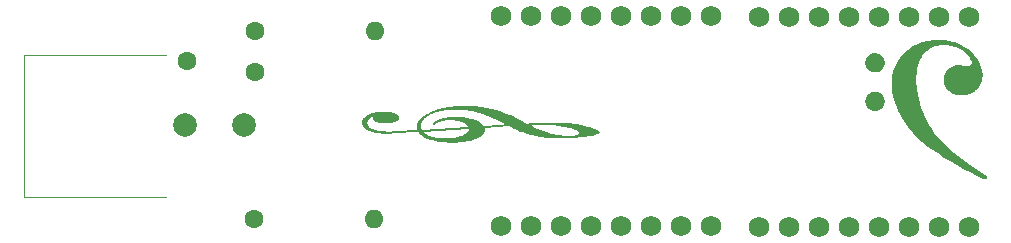
<source format=gbr>
%TF.GenerationSoftware,KiCad,Pcbnew,(7.0.0)*%
%TF.CreationDate,2023-12-29T11:59:30-08:00*%
%TF.ProjectId,MiniBadgeUSBmount,4d696e69-4261-4646-9765-5553426d6f75,rev?*%
%TF.SameCoordinates,Original*%
%TF.FileFunction,Soldermask,Bot*%
%TF.FilePolarity,Negative*%
%FSLAX46Y46*%
G04 Gerber Fmt 4.6, Leading zero omitted, Abs format (unit mm)*
G04 Created by KiCad (PCBNEW (7.0.0)) date 2023-12-29 11:59:30*
%MOMM*%
%LPD*%
G01*
G04 APERTURE LIST*
%TA.AperFunction,Profile*%
%ADD10C,0.040640*%
%TD*%
%ADD11C,0.000000*%
%ADD12C,1.750000*%
%ADD13C,1.600000*%
%ADD14O,1.600000X1.600000*%
%ADD15C,2.000000*%
G04 APERTURE END LIST*
D10*
%TO.C,J1*%
X117530000Y-112870000D02*
X129530000Y-112870000D01*
X129530000Y-124870000D02*
X117530000Y-124870000D01*
X117530000Y-124870000D02*
X117530000Y-112870000D01*
D11*
G36*
X189592528Y-115989474D02*
G01*
X189635412Y-115992294D01*
X189677528Y-115997105D01*
X189718833Y-116003864D01*
X189759283Y-116012527D01*
X189798835Y-116023051D01*
X189837445Y-116035393D01*
X189875069Y-116049507D01*
X189911663Y-116065351D01*
X189947184Y-116082882D01*
X189981588Y-116102055D01*
X190014831Y-116122826D01*
X190046870Y-116145153D01*
X190077660Y-116168991D01*
X190107159Y-116194297D01*
X190135322Y-116221027D01*
X190162105Y-116249138D01*
X190187466Y-116278586D01*
X190211359Y-116309327D01*
X190233743Y-116341317D01*
X190254571Y-116374514D01*
X190273802Y-116408872D01*
X190291391Y-116444350D01*
X190307295Y-116480902D01*
X190321470Y-116518486D01*
X190333871Y-116557057D01*
X190344456Y-116596572D01*
X190353181Y-116636988D01*
X190360001Y-116678260D01*
X190364874Y-116720346D01*
X190367756Y-116763201D01*
X190368602Y-116806782D01*
X190367405Y-116850760D01*
X190364214Y-116893989D01*
X190359071Y-116936427D01*
X190352019Y-116978031D01*
X190343101Y-117018757D01*
X190332358Y-117058565D01*
X190319832Y-117097410D01*
X190305567Y-117135249D01*
X190289605Y-117172042D01*
X190271987Y-117207744D01*
X190252757Y-117242313D01*
X190231957Y-117275707D01*
X190209629Y-117307882D01*
X190185815Y-117338796D01*
X190160558Y-117368406D01*
X190133900Y-117396670D01*
X190105884Y-117423545D01*
X190076552Y-117448988D01*
X190045946Y-117472957D01*
X190014108Y-117495409D01*
X189981082Y-117516301D01*
X189946909Y-117535590D01*
X189911632Y-117553234D01*
X189875293Y-117569191D01*
X189837934Y-117583417D01*
X189799598Y-117595870D01*
X189760328Y-117606507D01*
X189720165Y-117615285D01*
X189679152Y-117622162D01*
X189637331Y-117627095D01*
X189594745Y-117630042D01*
X189551436Y-117630959D01*
X189509049Y-117629771D01*
X189467250Y-117626466D01*
X189426088Y-117621095D01*
X189385614Y-117613710D01*
X189345878Y-117604360D01*
X189306931Y-117593099D01*
X189268823Y-117579978D01*
X189231605Y-117565047D01*
X189195325Y-117548358D01*
X189160036Y-117529963D01*
X189125786Y-117509912D01*
X189092627Y-117488258D01*
X189060609Y-117465052D01*
X189029781Y-117440345D01*
X189000195Y-117414188D01*
X188971900Y-117386633D01*
X188944946Y-117357731D01*
X188919385Y-117327533D01*
X188895267Y-117296092D01*
X188872641Y-117263458D01*
X188851557Y-117229683D01*
X188832068Y-117194817D01*
X188814221Y-117158913D01*
X188798068Y-117122022D01*
X188783660Y-117084196D01*
X188771046Y-117045484D01*
X188760276Y-117005940D01*
X188751401Y-116965614D01*
X188744472Y-116924558D01*
X188739538Y-116882823D01*
X188736650Y-116840460D01*
X188735858Y-116797521D01*
X188737168Y-116755751D01*
X188740520Y-116714560D01*
X188745865Y-116673997D01*
X188753154Y-116634111D01*
X188762340Y-116594949D01*
X188773372Y-116556560D01*
X188786202Y-116518994D01*
X188800782Y-116482297D01*
X188817063Y-116446520D01*
X188834996Y-116411709D01*
X188854533Y-116377915D01*
X188875624Y-116345184D01*
X188898221Y-116313566D01*
X188922275Y-116283109D01*
X188947738Y-116253862D01*
X188974561Y-116225873D01*
X189002696Y-116199190D01*
X189032092Y-116173862D01*
X189062702Y-116149938D01*
X189094478Y-116127465D01*
X189127369Y-116106493D01*
X189161329Y-116087070D01*
X189196307Y-116069245D01*
X189232255Y-116053065D01*
X189269125Y-116038579D01*
X189306867Y-116025836D01*
X189345434Y-116014884D01*
X189384775Y-116005772D01*
X189424844Y-115998548D01*
X189465590Y-115993261D01*
X189506966Y-115989959D01*
X189548922Y-115988690D01*
X189592528Y-115989474D01*
G37*
G36*
X195105179Y-111608178D02*
G01*
X195271585Y-111615812D01*
X195436033Y-111630014D01*
X195596878Y-111651440D01*
X195752475Y-111680744D01*
X195935781Y-111723588D01*
X196116181Y-111771281D01*
X196293411Y-111824239D01*
X196467206Y-111882876D01*
X196637302Y-111947604D01*
X196803434Y-112018838D01*
X196965339Y-112096991D01*
X197122752Y-112182477D01*
X197275409Y-112275710D01*
X197423045Y-112377104D01*
X197565396Y-112487072D01*
X197702198Y-112606027D01*
X197833186Y-112734385D01*
X197958097Y-112872558D01*
X198076665Y-113020961D01*
X198133488Y-113099127D01*
X198188626Y-113180006D01*
X198256947Y-113287190D01*
X198321058Y-113395620D01*
X198380648Y-113505294D01*
X198435404Y-113616213D01*
X198485015Y-113728375D01*
X198529168Y-113841779D01*
X198567552Y-113956426D01*
X198599855Y-114072313D01*
X198625764Y-114189441D01*
X198644968Y-114307808D01*
X198657154Y-114427413D01*
X198662011Y-114548257D01*
X198659227Y-114670338D01*
X198648489Y-114793655D01*
X198629486Y-114918208D01*
X198601905Y-115043995D01*
X198577939Y-115128796D01*
X198549623Y-115211277D01*
X198517109Y-115291367D01*
X198480549Y-115368991D01*
X198440095Y-115444079D01*
X198395899Y-115516556D01*
X198348112Y-115586350D01*
X198296886Y-115653389D01*
X198242374Y-115717598D01*
X198184726Y-115778907D01*
X198124095Y-115837242D01*
X198060632Y-115892529D01*
X197994489Y-115944698D01*
X197925818Y-115993674D01*
X197854771Y-116039384D01*
X197781499Y-116081757D01*
X197706154Y-116120719D01*
X197628889Y-116156198D01*
X197549854Y-116188121D01*
X197469202Y-116216415D01*
X197387084Y-116241007D01*
X197303653Y-116261824D01*
X197219059Y-116278794D01*
X197133456Y-116291845D01*
X197046993Y-116300902D01*
X196959825Y-116305894D01*
X196872101Y-116306748D01*
X196783974Y-116303390D01*
X196695595Y-116295749D01*
X196607118Y-116283751D01*
X196518692Y-116267324D01*
X196430470Y-116246395D01*
X196361586Y-116226566D01*
X196294380Y-116203860D01*
X196228918Y-116178374D01*
X196165268Y-116150211D01*
X196103496Y-116119470D01*
X196043669Y-116086252D01*
X195985853Y-116050656D01*
X195930114Y-116012784D01*
X195876520Y-115972735D01*
X195825137Y-115930609D01*
X195776032Y-115886508D01*
X195729271Y-115840531D01*
X195684921Y-115792778D01*
X195643049Y-115743350D01*
X195603720Y-115692348D01*
X195567003Y-115639870D01*
X195532962Y-115586018D01*
X195501666Y-115530893D01*
X195473180Y-115474593D01*
X195447572Y-115417220D01*
X195424907Y-115358874D01*
X195405253Y-115299655D01*
X195388675Y-115239663D01*
X195375242Y-115178999D01*
X195365018Y-115117763D01*
X195358072Y-115056055D01*
X195354469Y-114993976D01*
X195354276Y-114931625D01*
X195357560Y-114869104D01*
X195364387Y-114806511D01*
X195374824Y-114743949D01*
X195388938Y-114681516D01*
X195406518Y-114619982D01*
X195427365Y-114559620D01*
X195451380Y-114500534D01*
X195478460Y-114442826D01*
X195508504Y-114386598D01*
X195541413Y-114331954D01*
X195577084Y-114278997D01*
X195615417Y-114227828D01*
X195656311Y-114178552D01*
X195699664Y-114131270D01*
X195745376Y-114086086D01*
X195793346Y-114043102D01*
X195843472Y-114002421D01*
X195895654Y-113964146D01*
X195949791Y-113928379D01*
X196005781Y-113895224D01*
X196063524Y-113864783D01*
X196122918Y-113837159D01*
X196183863Y-113812455D01*
X196246257Y-113790773D01*
X196310001Y-113772217D01*
X196374991Y-113756889D01*
X196441128Y-113744891D01*
X196508311Y-113736327D01*
X196576438Y-113731300D01*
X196645409Y-113729912D01*
X196715122Y-113732265D01*
X196785477Y-113738464D01*
X196856372Y-113748610D01*
X196927707Y-113762806D01*
X196999380Y-113781156D01*
X197071291Y-113803761D01*
X197112025Y-113816812D01*
X197153706Y-113828299D01*
X197196104Y-113838096D01*
X197217499Y-113842322D01*
X197238987Y-113846078D01*
X197260538Y-113849349D01*
X197282124Y-113852119D01*
X197303716Y-113854372D01*
X197325285Y-113856093D01*
X197346801Y-113857266D01*
X197368237Y-113857875D01*
X197389563Y-113857905D01*
X197410751Y-113857339D01*
X197435376Y-113855655D01*
X197459207Y-113852712D01*
X197482225Y-113848548D01*
X197504412Y-113843200D01*
X197525748Y-113836706D01*
X197546215Y-113829104D01*
X197565794Y-113820432D01*
X197584467Y-113810727D01*
X197602214Y-113800027D01*
X197619016Y-113788370D01*
X197634856Y-113775794D01*
X197649713Y-113762336D01*
X197663570Y-113748034D01*
X197676408Y-113732926D01*
X197688207Y-113717049D01*
X197698949Y-113700441D01*
X197708615Y-113683141D01*
X197717186Y-113665185D01*
X197724644Y-113646612D01*
X197730969Y-113627459D01*
X197736144Y-113607764D01*
X197740148Y-113587565D01*
X197742964Y-113566899D01*
X197744573Y-113545805D01*
X197744955Y-113524319D01*
X197744092Y-113502480D01*
X197741965Y-113480326D01*
X197738555Y-113457893D01*
X197733844Y-113435221D01*
X197727813Y-113412346D01*
X197720443Y-113389307D01*
X197711715Y-113366140D01*
X197672625Y-113278547D01*
X197626342Y-113190405D01*
X197573306Y-113102329D01*
X197513959Y-113014931D01*
X197448741Y-112928826D01*
X197378093Y-112844628D01*
X197302455Y-112762951D01*
X197222269Y-112684408D01*
X197137974Y-112609615D01*
X197050011Y-112539183D01*
X196958821Y-112473728D01*
X196864845Y-112413864D01*
X196768524Y-112360203D01*
X196670298Y-112313361D01*
X196570607Y-112273951D01*
X196469893Y-112242587D01*
X196384089Y-112213066D01*
X196282635Y-112182661D01*
X196147300Y-112147602D01*
X195981951Y-112112221D01*
X195889230Y-112095763D01*
X195790455Y-112080849D01*
X195686110Y-112068020D01*
X195576679Y-112057817D01*
X195462643Y-112050783D01*
X195344488Y-112047458D01*
X195274196Y-112047599D01*
X195204669Y-112049557D01*
X195135926Y-112053331D01*
X195067984Y-112058918D01*
X195000861Y-112066315D01*
X194934576Y-112075521D01*
X194869145Y-112086533D01*
X194804589Y-112099349D01*
X194740924Y-112113967D01*
X194678168Y-112130383D01*
X194616340Y-112148596D01*
X194555457Y-112168604D01*
X194495537Y-112190404D01*
X194436600Y-112213993D01*
X194378661Y-112239371D01*
X194321741Y-112266533D01*
X194223280Y-112319065D01*
X194128189Y-112377005D01*
X194036569Y-112440291D01*
X193948521Y-112508860D01*
X193864148Y-112582652D01*
X193783550Y-112661604D01*
X193706830Y-112745655D01*
X193634089Y-112834742D01*
X193565428Y-112928804D01*
X193500949Y-113027780D01*
X193440753Y-113131606D01*
X193384942Y-113240222D01*
X193333618Y-113353566D01*
X193286882Y-113471575D01*
X193244836Y-113594189D01*
X193207581Y-113721344D01*
X193175589Y-113847528D01*
X193147421Y-113974091D01*
X193122987Y-114101001D01*
X193102196Y-114228224D01*
X193084959Y-114355727D01*
X193071187Y-114483479D01*
X193060789Y-114611445D01*
X193053676Y-114739593D01*
X193049758Y-114867890D01*
X193048946Y-114996302D01*
X193051149Y-115124798D01*
X193056278Y-115253343D01*
X193074956Y-115510453D01*
X193104261Y-115767367D01*
X193170375Y-116184003D01*
X193255462Y-116589976D01*
X193359226Y-116985386D01*
X193481373Y-117370336D01*
X193621608Y-117744927D01*
X193779636Y-118109261D01*
X193955163Y-118463438D01*
X194147893Y-118807561D01*
X194357533Y-119141731D01*
X194583787Y-119466050D01*
X194826360Y-119780619D01*
X195084958Y-120085540D01*
X195359287Y-120380914D01*
X195649050Y-120666843D01*
X195953955Y-120943428D01*
X196273705Y-121210771D01*
X196589744Y-121458065D01*
X196911505Y-121698264D01*
X197237815Y-121932804D01*
X197567500Y-122163123D01*
X198896519Y-123070925D01*
X198919742Y-123087852D01*
X198940856Y-123104954D01*
X198959805Y-123122237D01*
X198968450Y-123130950D01*
X198976533Y-123139710D01*
X198984045Y-123148519D01*
X198990982Y-123157379D01*
X198997334Y-123166289D01*
X199003096Y-123175251D01*
X199008260Y-123184265D01*
X199012820Y-123193333D01*
X199016767Y-123202456D01*
X199020096Y-123211633D01*
X199022798Y-123220867D01*
X199024868Y-123230158D01*
X199026298Y-123239507D01*
X199027081Y-123248915D01*
X199027209Y-123258383D01*
X199026676Y-123267911D01*
X199025476Y-123277501D01*
X199023599Y-123287153D01*
X199021041Y-123296869D01*
X199017793Y-123306649D01*
X199013849Y-123316494D01*
X199009201Y-123326405D01*
X199003843Y-123336384D01*
X198997767Y-123346430D01*
X198990967Y-123356544D01*
X198983434Y-123366729D01*
X198979783Y-123370922D01*
X198975523Y-123374893D01*
X198970689Y-123378643D01*
X198965316Y-123382170D01*
X198953089Y-123388553D01*
X198939117Y-123394039D01*
X198923675Y-123398622D01*
X198907039Y-123402299D01*
X198889484Y-123405064D01*
X198871284Y-123406912D01*
X198852716Y-123407840D01*
X198834053Y-123407843D01*
X198815572Y-123406915D01*
X198797548Y-123405052D01*
X198780255Y-123402250D01*
X198763970Y-123398504D01*
X198748966Y-123393809D01*
X198735520Y-123388161D01*
X198164722Y-123106240D01*
X197597466Y-122818055D01*
X197034728Y-122521917D01*
X196477483Y-122216138D01*
X195926706Y-121899030D01*
X195383371Y-121568903D01*
X194848455Y-121224071D01*
X194322932Y-120862844D01*
X194045275Y-120658409D01*
X193777221Y-120446473D01*
X193519017Y-120226934D01*
X193270907Y-119999691D01*
X193033138Y-119764640D01*
X192805955Y-119521680D01*
X192589603Y-119270707D01*
X192384330Y-119011621D01*
X192190379Y-118744318D01*
X192007998Y-118468696D01*
X191837432Y-118184653D01*
X191678926Y-117892086D01*
X191532726Y-117590894D01*
X191399078Y-117280973D01*
X191278228Y-116962222D01*
X191170422Y-116634538D01*
X191114978Y-116438761D01*
X191068212Y-116244013D01*
X191030093Y-116050477D01*
X191000593Y-115858337D01*
X190979681Y-115667776D01*
X190967329Y-115478978D01*
X190963506Y-115292127D01*
X190968185Y-115107407D01*
X190981334Y-114925000D01*
X191002926Y-114745091D01*
X191032929Y-114567863D01*
X191071316Y-114393501D01*
X191118056Y-114222186D01*
X191173120Y-114054104D01*
X191236479Y-113889438D01*
X191308104Y-113728371D01*
X191387964Y-113571088D01*
X191476031Y-113417771D01*
X191572275Y-113268604D01*
X191676667Y-113123772D01*
X191789177Y-112983457D01*
X191909776Y-112847844D01*
X192038434Y-112717115D01*
X192175123Y-112591455D01*
X192319812Y-112471047D01*
X192472472Y-112356075D01*
X192633075Y-112246722D01*
X192801589Y-112143173D01*
X192977987Y-112045610D01*
X193162239Y-111954218D01*
X193354314Y-111869180D01*
X193554185Y-111790679D01*
X193695214Y-111749123D01*
X193900775Y-111705041D01*
X194157709Y-111663668D01*
X194452859Y-111630242D01*
X194610653Y-111618146D01*
X194773068Y-111610000D01*
X194938458Y-111606459D01*
X195105179Y-111608178D01*
G37*
G36*
X189590622Y-112730753D02*
G01*
X189633813Y-112733434D01*
X189676205Y-112738083D01*
X189717754Y-112744658D01*
X189758420Y-112753118D01*
X189798160Y-112763421D01*
X189836932Y-112775525D01*
X189874694Y-112789390D01*
X189911404Y-112804973D01*
X189947019Y-112822234D01*
X189981498Y-112841129D01*
X190014798Y-112861618D01*
X190046877Y-112883660D01*
X190077694Y-112907212D01*
X190107206Y-112932233D01*
X190135371Y-112958682D01*
X190162147Y-112986517D01*
X190187492Y-113015696D01*
X190211363Y-113046178D01*
X190233719Y-113077921D01*
X190254518Y-113110884D01*
X190273717Y-113145025D01*
X190291274Y-113180303D01*
X190307148Y-113216676D01*
X190321296Y-113254102D01*
X190333675Y-113292540D01*
X190344245Y-113331948D01*
X190352963Y-113372285D01*
X190359786Y-113413509D01*
X190364673Y-113455579D01*
X190367581Y-113498452D01*
X190368469Y-113542088D01*
X190367332Y-113586176D01*
X190364221Y-113629487D01*
X190359176Y-113671981D01*
X190352238Y-113713617D01*
X190343447Y-113754354D01*
X190332844Y-113794151D01*
X190320468Y-113832967D01*
X190306362Y-113870761D01*
X190290564Y-113907493D01*
X190273116Y-113943121D01*
X190254058Y-113977605D01*
X190233430Y-114010904D01*
X190211273Y-114042977D01*
X190187628Y-114073783D01*
X190162534Y-114103281D01*
X190136032Y-114131431D01*
X190108163Y-114158192D01*
X190078967Y-114183522D01*
X190048485Y-114207380D01*
X190016756Y-114229727D01*
X189983822Y-114250521D01*
X189949723Y-114269721D01*
X189914500Y-114287287D01*
X189878192Y-114303177D01*
X189840840Y-114317350D01*
X189802485Y-114329767D01*
X189763168Y-114340385D01*
X189722928Y-114349164D01*
X189681806Y-114356064D01*
X189639842Y-114361043D01*
X189597078Y-114364060D01*
X189553553Y-114365075D01*
X189510992Y-114364011D01*
X189469041Y-114360854D01*
X189427751Y-114355652D01*
X189387168Y-114348455D01*
X189347342Y-114339312D01*
X189308321Y-114328273D01*
X189270155Y-114315387D01*
X189232892Y-114300703D01*
X189196581Y-114284270D01*
X189161270Y-114266139D01*
X189127008Y-114246358D01*
X189093844Y-114224976D01*
X189061826Y-114202044D01*
X189031004Y-114177611D01*
X189001425Y-114151725D01*
X188973140Y-114124436D01*
X188946195Y-114095794D01*
X188920641Y-114065848D01*
X188896526Y-114034648D01*
X188873898Y-114002242D01*
X188852806Y-113968680D01*
X188833299Y-113934011D01*
X188815426Y-113898286D01*
X188799236Y-113861552D01*
X188784776Y-113823860D01*
X188772097Y-113785259D01*
X188761245Y-113745798D01*
X188752271Y-113705527D01*
X188745223Y-113664495D01*
X188740150Y-113622751D01*
X188737100Y-113580345D01*
X188736122Y-113537326D01*
X188737233Y-113495621D01*
X188740385Y-113454503D01*
X188745531Y-113414019D01*
X188752621Y-113374216D01*
X188761610Y-113335143D01*
X188772448Y-113296848D01*
X188785088Y-113259376D01*
X188799482Y-113222778D01*
X188815582Y-113187099D01*
X188833340Y-113152388D01*
X188852708Y-113118693D01*
X188873639Y-113086060D01*
X188896085Y-113054539D01*
X188919998Y-113024176D01*
X188945329Y-112995019D01*
X188972031Y-112967116D01*
X189000057Y-112940514D01*
X189029358Y-112915262D01*
X189059886Y-112891406D01*
X189091594Y-112868995D01*
X189124434Y-112848076D01*
X189158357Y-112828696D01*
X189193317Y-112810905D01*
X189229264Y-112794748D01*
X189266152Y-112780274D01*
X189303932Y-112767531D01*
X189342557Y-112756566D01*
X189381978Y-112747427D01*
X189422148Y-112740161D01*
X189463019Y-112734817D01*
X189504544Y-112731441D01*
X189546673Y-112730082D01*
X189590622Y-112730753D01*
G37*
G36*
X153995264Y-117216335D02*
G01*
X154076258Y-117208121D01*
X154467747Y-117180653D01*
X154851755Y-117169525D01*
X155222181Y-117174471D01*
X155740022Y-117207752D01*
X156231763Y-117267641D01*
X156698462Y-117351014D01*
X157141175Y-117454752D01*
X157560961Y-117575732D01*
X157958875Y-117710832D01*
X158335976Y-117856933D01*
X158693320Y-118010911D01*
X160063413Y-118698181D01*
X160413053Y-118677513D01*
X161070706Y-118639352D01*
X161413531Y-118625727D01*
X161700408Y-118614326D01*
X162309332Y-118606368D01*
X162904652Y-118619413D01*
X163199454Y-118635040D01*
X163493545Y-118657394D01*
X163787822Y-118686966D01*
X164083184Y-118724247D01*
X164380525Y-118769729D01*
X164680743Y-118823905D01*
X164984736Y-118887265D01*
X165293399Y-118960302D01*
X165405715Y-118990105D01*
X165512603Y-119021687D01*
X165613724Y-119054736D01*
X165708744Y-119088939D01*
X165797322Y-119123986D01*
X165879124Y-119159564D01*
X165953810Y-119195362D01*
X166021045Y-119231068D01*
X166080490Y-119266370D01*
X166131808Y-119300957D01*
X166174663Y-119334516D01*
X166208716Y-119366737D01*
X166233630Y-119397308D01*
X166249068Y-119425916D01*
X166253129Y-119439387D01*
X166254694Y-119452250D01*
X166253721Y-119464467D01*
X166250169Y-119475999D01*
X166247910Y-119480908D01*
X166245388Y-119485808D01*
X166242577Y-119490690D01*
X166239455Y-119495546D01*
X166235997Y-119500369D01*
X166232181Y-119505151D01*
X166227981Y-119509885D01*
X166223375Y-119514562D01*
X166218338Y-119519174D01*
X166212848Y-119523715D01*
X166206879Y-119528176D01*
X166200409Y-119532550D01*
X166193414Y-119536828D01*
X166185870Y-119541004D01*
X166177753Y-119545069D01*
X166169039Y-119549016D01*
X166020087Y-119606306D01*
X165852356Y-119658539D01*
X165668190Y-119705843D01*
X165469932Y-119748348D01*
X165259925Y-119786184D01*
X165040513Y-119819481D01*
X164814039Y-119848367D01*
X164582846Y-119872972D01*
X164115676Y-119909858D01*
X163657751Y-119931175D01*
X163227815Y-119937959D01*
X162844616Y-119931245D01*
X162112102Y-119900754D01*
X161737195Y-119875358D01*
X161354456Y-119836594D01*
X161159667Y-119810651D01*
X160962340Y-119779510D01*
X160762281Y-119742550D01*
X160559297Y-119699153D01*
X160353195Y-119648701D01*
X160143781Y-119590574D01*
X159930862Y-119524152D01*
X159714245Y-119448818D01*
X159521560Y-119372105D01*
X159289321Y-119270125D01*
X159028842Y-119149366D01*
X158751435Y-119016317D01*
X158601845Y-118942366D01*
X156514762Y-119067435D01*
X156517984Y-119077449D01*
X156529680Y-119145685D01*
X156531252Y-119215527D01*
X156522298Y-119286898D01*
X156502417Y-119359722D01*
X156483345Y-119407735D01*
X156459483Y-119455444D01*
X156430825Y-119502762D01*
X156397362Y-119549600D01*
X156359087Y-119595869D01*
X156315993Y-119641483D01*
X156268073Y-119686352D01*
X156215318Y-119730388D01*
X156157721Y-119773503D01*
X156095274Y-119815609D01*
X156027972Y-119856617D01*
X155955805Y-119896440D01*
X155878766Y-119934989D01*
X155796848Y-119972176D01*
X155710043Y-120007912D01*
X155618344Y-120042111D01*
X155521744Y-120074682D01*
X155420235Y-120105539D01*
X155313808Y-120134592D01*
X155202458Y-120161754D01*
X155086177Y-120186936D01*
X154964956Y-120210051D01*
X154838789Y-120231010D01*
X154707668Y-120249724D01*
X154571585Y-120266106D01*
X154430533Y-120280067D01*
X154284505Y-120291520D01*
X154133493Y-120300375D01*
X153977490Y-120306545D01*
X153816488Y-120309941D01*
X153650479Y-120310476D01*
X153479457Y-120308061D01*
X153186291Y-120294972D01*
X152902684Y-120269398D01*
X152630120Y-120231713D01*
X152370079Y-120182292D01*
X152124046Y-120121508D01*
X151893501Y-120049737D01*
X151679927Y-119967353D01*
X151484807Y-119874730D01*
X151309623Y-119772243D01*
X151155856Y-119660265D01*
X151024990Y-119539172D01*
X150968607Y-119475325D01*
X150918506Y-119409338D01*
X150914464Y-119403032D01*
X148779748Y-119530955D01*
X148460178Y-119546041D01*
X148164269Y-119548709D01*
X147891386Y-119539771D01*
X147640889Y-119520042D01*
X147412143Y-119490335D01*
X147204508Y-119451462D01*
X147017350Y-119404237D01*
X146941841Y-119379523D01*
X151306766Y-119379523D01*
X151313672Y-119388445D01*
X151361068Y-119440694D01*
X151412844Y-119489900D01*
X151468834Y-119536134D01*
X151528877Y-119579465D01*
X151592808Y-119619964D01*
X151660463Y-119657702D01*
X151731679Y-119692749D01*
X151806292Y-119725174D01*
X151884138Y-119755049D01*
X151965053Y-119782444D01*
X152048875Y-119807428D01*
X152135438Y-119830073D01*
X152224579Y-119850448D01*
X152316136Y-119868625D01*
X152409943Y-119884673D01*
X152603655Y-119910663D01*
X152804406Y-119928983D01*
X153010886Y-119940194D01*
X153221785Y-119944859D01*
X153393452Y-119943232D01*
X153558161Y-119935946D01*
X153715761Y-119923295D01*
X153866099Y-119905574D01*
X154009025Y-119883075D01*
X154144386Y-119856094D01*
X154272030Y-119824925D01*
X154391806Y-119789860D01*
X154503562Y-119751196D01*
X154607147Y-119709225D01*
X154702407Y-119664242D01*
X154789193Y-119616541D01*
X154867352Y-119566416D01*
X154936732Y-119514161D01*
X154997181Y-119460070D01*
X155048548Y-119404437D01*
X155090682Y-119347557D01*
X155123429Y-119289723D01*
X155146639Y-119231229D01*
X155160160Y-119172371D01*
X155161649Y-119148520D01*
X151306766Y-119379523D01*
X146941841Y-119379523D01*
X146850028Y-119349473D01*
X146701907Y-119287984D01*
X146572349Y-119220582D01*
X146460717Y-119148082D01*
X146366373Y-119071296D01*
X146288679Y-118991038D01*
X146227000Y-118908120D01*
X146180696Y-118823356D01*
X146149130Y-118737560D01*
X146130119Y-118646634D01*
X146125307Y-118559667D01*
X146133972Y-118476677D01*
X146155388Y-118397678D01*
X146188832Y-118322688D01*
X146233582Y-118251723D01*
X146288913Y-118184799D01*
X146354101Y-118121932D01*
X146428423Y-118063140D01*
X146511155Y-118008437D01*
X146601574Y-117957840D01*
X146698955Y-117911367D01*
X146802576Y-117869032D01*
X146911712Y-117830853D01*
X147025640Y-117796845D01*
X147143637Y-117767025D01*
X147264978Y-117741410D01*
X147388940Y-117720015D01*
X147641832Y-117689953D01*
X147896523Y-117676969D01*
X148147225Y-117681194D01*
X148269271Y-117689800D01*
X148388149Y-117702758D01*
X148503134Y-117720083D01*
X148613504Y-117741792D01*
X148718535Y-117767901D01*
X148817502Y-117798426D01*
X148909683Y-117833384D01*
X148994354Y-117872791D01*
X149052883Y-117905281D01*
X149104327Y-117938558D01*
X149148816Y-117972497D01*
X149186481Y-118006973D01*
X149217451Y-118041863D01*
X149241857Y-118077042D01*
X149259830Y-118112385D01*
X149271498Y-118147768D01*
X149276993Y-118183067D01*
X149276444Y-118218156D01*
X149269982Y-118252912D01*
X149257736Y-118287210D01*
X149239838Y-118320926D01*
X149216417Y-118353934D01*
X149187603Y-118386111D01*
X149153527Y-118417332D01*
X149114318Y-118447472D01*
X149070108Y-118476408D01*
X149021025Y-118504014D01*
X148967201Y-118530166D01*
X148908765Y-118554740D01*
X148845847Y-118577611D01*
X148778578Y-118598655D01*
X148707089Y-118617747D01*
X148631508Y-118634763D01*
X148551966Y-118649577D01*
X148468594Y-118662067D01*
X148381522Y-118672107D01*
X148290879Y-118679572D01*
X148196796Y-118684339D01*
X148099404Y-118686282D01*
X147998831Y-118685278D01*
X147911099Y-118681907D01*
X147828692Y-118676341D01*
X147751446Y-118668712D01*
X147679200Y-118659148D01*
X147611792Y-118647779D01*
X147549059Y-118634737D01*
X147490840Y-118620149D01*
X147436971Y-118604148D01*
X147387291Y-118586861D01*
X147341638Y-118568420D01*
X147299849Y-118548955D01*
X147261763Y-118528594D01*
X147227216Y-118507469D01*
X147196047Y-118485709D01*
X147168093Y-118463444D01*
X147143193Y-118440804D01*
X147121184Y-118417920D01*
X147101903Y-118394920D01*
X147070881Y-118349094D01*
X147048827Y-118304368D01*
X147034444Y-118261780D01*
X147026435Y-118222370D01*
X147023501Y-118187178D01*
X147024346Y-118157243D01*
X147027672Y-118133604D01*
X146966305Y-118152148D01*
X146907357Y-118176550D01*
X146851383Y-118206351D01*
X146798940Y-118241090D01*
X146750582Y-118280307D01*
X146706867Y-118323543D01*
X146668350Y-118370337D01*
X146635587Y-118420229D01*
X146609135Y-118472759D01*
X146589549Y-118527467D01*
X146577385Y-118583893D01*
X146573199Y-118641577D01*
X146577547Y-118700059D01*
X146590986Y-118758878D01*
X146614071Y-118817575D01*
X146647359Y-118875690D01*
X146691405Y-118932762D01*
X146746765Y-118988332D01*
X146813995Y-119041939D01*
X146893652Y-119093124D01*
X146986292Y-119141426D01*
X147092469Y-119186385D01*
X147212741Y-119227541D01*
X147347664Y-119264435D01*
X147497792Y-119296605D01*
X147663684Y-119323592D01*
X147845893Y-119344937D01*
X148044978Y-119360178D01*
X148261492Y-119368855D01*
X148495993Y-119370510D01*
X148749037Y-119364681D01*
X149021179Y-119350909D01*
X150826621Y-119244186D01*
X150807740Y-119199016D01*
X150784615Y-119124944D01*
X150768698Y-119048967D01*
X150760173Y-118971133D01*
X150759226Y-118891487D01*
X150766043Y-118810078D01*
X150772926Y-118769670D01*
X151111186Y-118769670D01*
X151111802Y-118852470D01*
X151118270Y-118931594D01*
X151130427Y-119007112D01*
X151148110Y-119079095D01*
X151171154Y-119147614D01*
X151199396Y-119212737D01*
X151204308Y-119221860D01*
X155137715Y-118989348D01*
X155114315Y-118939163D01*
X155077114Y-118882888D01*
X155029312Y-118828012D01*
X154970759Y-118774830D01*
X154901303Y-118723635D01*
X154820791Y-118674721D01*
X154729073Y-118628383D01*
X154625997Y-118584914D01*
X154511410Y-118544609D01*
X154371444Y-118503777D01*
X154231219Y-118470583D01*
X154091397Y-118444603D01*
X153952635Y-118425416D01*
X153815593Y-118412598D01*
X153680930Y-118405728D01*
X153549306Y-118404382D01*
X153421378Y-118408138D01*
X153297807Y-118416574D01*
X153179252Y-118429267D01*
X153066371Y-118445794D01*
X152959825Y-118465734D01*
X152860271Y-118488663D01*
X152768370Y-118514158D01*
X152684780Y-118541799D01*
X152610161Y-118571161D01*
X152563627Y-118592095D01*
X152520100Y-118613518D01*
X152499511Y-118624378D01*
X152479728Y-118635317D01*
X152460771Y-118646322D01*
X152442659Y-118657377D01*
X152425409Y-118668469D01*
X152409041Y-118679584D01*
X152393572Y-118690706D01*
X152379022Y-118701822D01*
X152365409Y-118712918D01*
X152352751Y-118723979D01*
X152341067Y-118734990D01*
X152330376Y-118745938D01*
X152326310Y-118750204D01*
X152321500Y-118755004D01*
X152315959Y-118760201D01*
X152309698Y-118765662D01*
X152302730Y-118771251D01*
X152295066Y-118776833D01*
X152286718Y-118782273D01*
X152282292Y-118784897D01*
X152277699Y-118787435D01*
X152272941Y-118789871D01*
X152268020Y-118792186D01*
X152262937Y-118794364D01*
X152257694Y-118796389D01*
X152252291Y-118798244D01*
X152246731Y-118799910D01*
X152241015Y-118801373D01*
X152235145Y-118802614D01*
X152229121Y-118803617D01*
X152222946Y-118804365D01*
X152216621Y-118804842D01*
X152210148Y-118805029D01*
X152203528Y-118804911D01*
X152196762Y-118804470D01*
X152189852Y-118803690D01*
X152182799Y-118802554D01*
X152171632Y-118800232D01*
X152166550Y-118798979D01*
X152161789Y-118797670D01*
X152157342Y-118796305D01*
X152153197Y-118794888D01*
X152149347Y-118793420D01*
X152145781Y-118791904D01*
X152142491Y-118790343D01*
X152139468Y-118788738D01*
X152136701Y-118787093D01*
X152134183Y-118785410D01*
X152131903Y-118783690D01*
X152129852Y-118781937D01*
X152128022Y-118780153D01*
X152126402Y-118778340D01*
X152124984Y-118776501D01*
X152123758Y-118774638D01*
X152122715Y-118772753D01*
X152121846Y-118770849D01*
X152121141Y-118768928D01*
X152120592Y-118766992D01*
X152120189Y-118765045D01*
X152119923Y-118763088D01*
X152119764Y-118759155D01*
X152120041Y-118755211D01*
X152120680Y-118751277D01*
X152121607Y-118747372D01*
X152129609Y-118722940D01*
X152140458Y-118698390D01*
X152154139Y-118673766D01*
X152170636Y-118649113D01*
X152189933Y-118624477D01*
X152212013Y-118599901D01*
X152236863Y-118575430D01*
X152264465Y-118551111D01*
X152294804Y-118526986D01*
X152327864Y-118503102D01*
X152363629Y-118479502D01*
X152402083Y-118456232D01*
X152443211Y-118433337D01*
X152486997Y-118410862D01*
X152533425Y-118388850D01*
X152582479Y-118367348D01*
X152634143Y-118346400D01*
X152688402Y-118326050D01*
X152745240Y-118306344D01*
X152804641Y-118287326D01*
X152866588Y-118269042D01*
X152931068Y-118251535D01*
X152998062Y-118234852D01*
X153067557Y-118219036D01*
X153139535Y-118204133D01*
X153213982Y-118190187D01*
X153290881Y-118177243D01*
X153370216Y-118165346D01*
X153451972Y-118154541D01*
X153536133Y-118144873D01*
X153622684Y-118136386D01*
X153711607Y-118129125D01*
X153976787Y-118117342D01*
X154244867Y-118120240D01*
X154512633Y-118137207D01*
X154776870Y-118167632D01*
X155034364Y-118210903D01*
X155161649Y-118239444D01*
X155281900Y-118266407D01*
X155516265Y-118333534D01*
X155734243Y-118411671D01*
X155932620Y-118500206D01*
X156108182Y-118598529D01*
X156257713Y-118706026D01*
X156321713Y-118763024D01*
X156378001Y-118822086D01*
X156426173Y-118883136D01*
X156444420Y-118912106D01*
X157696894Y-118838070D01*
X160342288Y-118838070D01*
X160967691Y-119151787D01*
X161259314Y-119266990D01*
X161516369Y-119360248D01*
X161744092Y-119434760D01*
X161947720Y-119493721D01*
X162132487Y-119540331D01*
X162303630Y-119577785D01*
X162625987Y-119638016D01*
X162939865Y-119686895D01*
X163254878Y-119721990D01*
X163409016Y-119733669D01*
X163558887Y-119741060D01*
X163702973Y-119743883D01*
X163839757Y-119741859D01*
X163967722Y-119734706D01*
X164085351Y-119722144D01*
X164191126Y-119703893D01*
X164283530Y-119679673D01*
X164361047Y-119649202D01*
X164393749Y-119631535D01*
X164422159Y-119612201D01*
X164446090Y-119591164D01*
X164465350Y-119568389D01*
X164479750Y-119543841D01*
X164489101Y-119517486D01*
X164492519Y-119491595D01*
X164490025Y-119466007D01*
X164481868Y-119440736D01*
X164468297Y-119415796D01*
X164449564Y-119391200D01*
X164425916Y-119366964D01*
X164397603Y-119343102D01*
X164364876Y-119319626D01*
X164327982Y-119296553D01*
X164287173Y-119273895D01*
X164194804Y-119229883D01*
X164089766Y-119187703D01*
X163974053Y-119147469D01*
X163849663Y-119109294D01*
X163718591Y-119073290D01*
X163582834Y-119039572D01*
X163444388Y-119008252D01*
X163305248Y-118979442D01*
X163167412Y-118953257D01*
X162903633Y-118909212D01*
X162676417Y-118876407D01*
X162445472Y-118847489D01*
X162207253Y-118823458D01*
X161958219Y-118805315D01*
X161694826Y-118794063D01*
X161413531Y-118790701D01*
X161110792Y-118796232D01*
X160783065Y-118811657D01*
X160342288Y-118838070D01*
X157696894Y-118838070D01*
X158316754Y-118801429D01*
X158191084Y-118739303D01*
X157698768Y-118490990D01*
X157402278Y-118344051D01*
X157112424Y-118207841D01*
X156826320Y-118082637D01*
X156541083Y-117968715D01*
X156397889Y-117916072D01*
X156253829Y-117866353D01*
X156108545Y-117819594D01*
X155961675Y-117775828D01*
X155812858Y-117735090D01*
X155661735Y-117697415D01*
X155507944Y-117662838D01*
X155351126Y-117631393D01*
X155170255Y-117599640D01*
X154984181Y-117571791D01*
X154793461Y-117548266D01*
X154598651Y-117529482D01*
X154400310Y-117515859D01*
X154198996Y-117507816D01*
X153995264Y-117505771D01*
X153789673Y-117510144D01*
X153582781Y-117521352D01*
X153375145Y-117539816D01*
X153167322Y-117565953D01*
X152959869Y-117600183D01*
X152753345Y-117642925D01*
X152548307Y-117694596D01*
X152345311Y-117755617D01*
X152144916Y-117826406D01*
X152034633Y-117871761D01*
X151928785Y-117920394D01*
X151827726Y-117971992D01*
X151731811Y-118026242D01*
X151641395Y-118082828D01*
X151556832Y-118141437D01*
X151478477Y-118201755D01*
X151406686Y-118263467D01*
X151341812Y-118326260D01*
X151284210Y-118389818D01*
X151234236Y-118453829D01*
X151192244Y-118517978D01*
X151158588Y-118581951D01*
X151133623Y-118645433D01*
X151124510Y-118676892D01*
X151117704Y-118708111D01*
X151113248Y-118739050D01*
X151111186Y-118769670D01*
X150772926Y-118769670D01*
X150773391Y-118766943D01*
X150784099Y-118723788D01*
X150798077Y-118680648D01*
X150815235Y-118637562D01*
X150835482Y-118594563D01*
X150858728Y-118551690D01*
X150884883Y-118508979D01*
X150913856Y-118466465D01*
X150945557Y-118424185D01*
X150979897Y-118382176D01*
X151016784Y-118340473D01*
X151056128Y-118299113D01*
X151097840Y-118258132D01*
X151141829Y-118217567D01*
X151236275Y-118137830D01*
X151338746Y-118060190D01*
X151448519Y-117984940D01*
X151564873Y-117912369D01*
X151687084Y-117842769D01*
X151814431Y-117776429D01*
X151946191Y-117713640D01*
X152081643Y-117654693D01*
X152220065Y-117599879D01*
X152385510Y-117541072D01*
X152557471Y-117486716D01*
X152735186Y-117436779D01*
X152917893Y-117391226D01*
X153104829Y-117350024D01*
X153295231Y-117313141D01*
X153488337Y-117280542D01*
X153683386Y-117252195D01*
X153879613Y-117228065D01*
X153995264Y-117216335D01*
G37*
%TD*%
D12*
%TO.C,MB1*%
X157870000Y-109555000D03*
X160410000Y-109555000D03*
X162950000Y-109555000D03*
X165490000Y-109555000D03*
X168030000Y-109555000D03*
X170570000Y-109555000D03*
X173110000Y-109555000D03*
X175650000Y-109555000D03*
X157870000Y-127335000D03*
X160410000Y-127335000D03*
X162950000Y-127335000D03*
X165490000Y-127335000D03*
X168030000Y-127335000D03*
X170570000Y-127335000D03*
X173110000Y-127335000D03*
X175650000Y-127335000D03*
%TD*%
%TO.C,MB2*%
X179730000Y-109660000D03*
X182270000Y-109660000D03*
X184810000Y-109660000D03*
X187350000Y-109660000D03*
X189890000Y-109660000D03*
X192430000Y-109660000D03*
X194970000Y-109660000D03*
X197510000Y-109660000D03*
X179730000Y-127440000D03*
X182270000Y-127440000D03*
X184810000Y-127440000D03*
X187350000Y-127440000D03*
X189890000Y-127440000D03*
X192430000Y-127440000D03*
X194970000Y-127440000D03*
X197510000Y-127440000D03*
%TD*%
D13*
%TO.C,R1*%
X137080000Y-110880000D03*
D14*
X147239999Y-110879999D03*
%TD*%
D13*
%TO.C,*%
X131270000Y-113410000D03*
%TD*%
%TO.C,R2*%
X136990000Y-126810000D03*
D14*
X147149999Y-126809999D03*
%TD*%
D13*
%TO.C,*%
X137080000Y-114300000D03*
%TD*%
D15*
%TO.C,C1*%
X131130000Y-118800000D03*
X136130000Y-118800000D03*
%TD*%
G36*
X155163065Y-119147108D02*
G01*
X155163645Y-119148645D01*
X155162156Y-119172496D01*
X155162109Y-119172819D01*
X155148588Y-119231677D01*
X155148498Y-119231967D01*
X155125288Y-119290461D01*
X155125169Y-119290708D01*
X155092422Y-119348542D01*
X155092289Y-119348747D01*
X155050155Y-119405627D01*
X155050017Y-119405794D01*
X154998650Y-119461427D01*
X154998515Y-119461560D01*
X154938066Y-119515651D01*
X154937935Y-119515759D01*
X154868555Y-119568014D01*
X154868432Y-119568100D01*
X154790273Y-119618225D01*
X154790156Y-119618294D01*
X154703370Y-119665995D01*
X154703261Y-119666051D01*
X154608001Y-119711034D01*
X154607898Y-119711079D01*
X154504313Y-119753050D01*
X154504216Y-119753086D01*
X154392460Y-119791750D01*
X154392368Y-119791779D01*
X154272592Y-119826844D01*
X154272504Y-119826868D01*
X154144860Y-119858037D01*
X154144777Y-119858055D01*
X154009416Y-119885036D01*
X154009336Y-119885051D01*
X153866410Y-119907550D01*
X153866333Y-119907560D01*
X153715995Y-119925281D01*
X153715921Y-119925289D01*
X153558321Y-119937940D01*
X153558249Y-119937944D01*
X153393540Y-119945230D01*
X153393471Y-119945232D01*
X153221804Y-119946859D01*
X153221741Y-119946859D01*
X153010842Y-119942194D01*
X153010778Y-119942191D01*
X152804298Y-119930980D01*
X152804224Y-119930975D01*
X152603473Y-119912655D01*
X152603389Y-119912645D01*
X152409677Y-119886655D01*
X152409606Y-119886644D01*
X152315799Y-119870596D01*
X152315747Y-119870587D01*
X152224190Y-119852410D01*
X152224133Y-119852398D01*
X152134992Y-119832023D01*
X152134932Y-119832008D01*
X152048369Y-119809363D01*
X152048304Y-119809345D01*
X151964482Y-119784361D01*
X151964412Y-119784338D01*
X151883497Y-119756943D01*
X151883421Y-119756916D01*
X151805575Y-119727041D01*
X151805495Y-119727008D01*
X151730882Y-119694583D01*
X151730796Y-119694543D01*
X151659580Y-119659496D01*
X151659489Y-119659449D01*
X151591834Y-119621711D01*
X151591738Y-119621654D01*
X151527807Y-119581155D01*
X151527707Y-119581087D01*
X151526465Y-119580191D01*
X151507170Y-119566266D01*
X151506350Y-119564441D01*
X151507521Y-119562820D01*
X151509510Y-119563022D01*
X151528792Y-119576937D01*
X151531243Y-119578596D01*
X151592663Y-119617503D01*
X151595049Y-119618923D01*
X151660280Y-119655310D01*
X151662538Y-119656494D01*
X151731432Y-119690399D01*
X151733604Y-119691405D01*
X151806086Y-119722903D01*
X151808050Y-119723706D01*
X151883881Y-119752808D01*
X151885772Y-119753491D01*
X151885771Y-119753491D01*
X151964785Y-119780241D01*
X151966541Y-119780799D01*
X152048614Y-119805263D01*
X152050209Y-119805709D01*
X152135171Y-119827935D01*
X152136690Y-119828306D01*
X152224306Y-119848333D01*
X152225682Y-119848627D01*
X152315831Y-119866525D01*
X152317150Y-119866769D01*
X152317149Y-119866769D01*
X152409349Y-119882542D01*
X152411124Y-119882812D01*
X152602836Y-119908535D01*
X152604890Y-119908767D01*
X152803637Y-119926903D01*
X152805468Y-119927037D01*
X153010148Y-119938150D01*
X153011751Y-119938211D01*
X153221033Y-119942841D01*
X153221032Y-119942841D01*
X153222578Y-119942850D01*
X153392553Y-119941240D01*
X153394242Y-119941194D01*
X153557161Y-119933987D01*
X153558916Y-119933878D01*
X153714655Y-119921376D01*
X153716468Y-119921196D01*
X153864874Y-119903704D01*
X153866751Y-119903446D01*
X154007694Y-119881259D01*
X154009679Y-119880905D01*
X154142888Y-119854353D01*
X154144996Y-119853886D01*
X154270400Y-119823264D01*
X154272600Y-119822674D01*
X154390046Y-119788290D01*
X154392312Y-119787566D01*
X154501661Y-119749736D01*
X154504031Y-119748847D01*
X154605054Y-119707913D01*
X154607593Y-119706800D01*
X154700150Y-119663095D01*
X154702813Y-119661735D01*
X154786715Y-119615619D01*
X154789571Y-119613920D01*
X154864649Y-119565772D01*
X154867694Y-119563653D01*
X154933812Y-119513854D01*
X154937013Y-119511224D01*
X154994025Y-119460208D01*
X154997380Y-119456903D01*
X155045186Y-119405127D01*
X155048598Y-119401006D01*
X155087189Y-119348911D01*
X155090497Y-119343822D01*
X155119933Y-119291837D01*
X155122875Y-119285692D01*
X155143331Y-119234137D01*
X155145569Y-119226952D01*
X155148570Y-119213886D01*
X155146082Y-119184187D01*
X155127040Y-119161688D01*
X155097858Y-119154251D01*
X155096493Y-119153050D01*
X155096665Y-119151239D01*
X155098232Y-119150317D01*
X155161529Y-119146524D01*
X155163065Y-119147108D01*
G37*
G36*
X160531500Y-118825546D02*
G01*
X160531901Y-118827309D01*
X160530716Y-118828675D01*
X160501295Y-118840665D01*
X160485587Y-118867496D01*
X160489450Y-118898350D01*
X160511535Y-118920730D01*
X160966543Y-119148972D01*
X160970561Y-119150770D01*
X161259377Y-119264864D01*
X161260710Y-119265368D01*
X161260709Y-119265368D01*
X161516253Y-119358078D01*
X161517772Y-119358602D01*
X161674366Y-119409841D01*
X161675701Y-119411330D01*
X161675079Y-119413231D01*
X161673122Y-119413643D01*
X161515747Y-119362149D01*
X161515687Y-119362128D01*
X161258632Y-119268870D01*
X161258579Y-119268850D01*
X160966956Y-119153647D01*
X160966794Y-119153575D01*
X160341391Y-118839858D01*
X160340342Y-118838533D01*
X160340682Y-118836878D01*
X160342168Y-118836074D01*
X160529841Y-118824827D01*
X160531500Y-118825546D01*
G37*
G36*
X150804591Y-119182219D02*
G01*
X150809621Y-119198333D01*
X150828466Y-119243415D01*
X150828318Y-119245245D01*
X150826739Y-119246183D01*
X149021297Y-119352906D01*
X149021280Y-119352906D01*
X148749138Y-119366678D01*
X148749083Y-119366680D01*
X148496039Y-119372509D01*
X148495979Y-119372510D01*
X148261478Y-119370855D01*
X148261412Y-119370853D01*
X148044898Y-119362176D01*
X148044825Y-119362172D01*
X147845740Y-119346931D01*
X147845660Y-119346923D01*
X147663451Y-119325578D01*
X147663363Y-119325566D01*
X147497471Y-119298579D01*
X147497373Y-119298561D01*
X147347245Y-119266391D01*
X147347136Y-119266364D01*
X147212213Y-119229470D01*
X147212093Y-119229433D01*
X147093509Y-119188855D01*
X147091821Y-119188277D01*
X147091689Y-119188226D01*
X147090049Y-119187531D01*
X147088847Y-119185958D01*
X147089587Y-119184122D01*
X147091544Y-119183822D01*
X147094836Y-119185081D01*
X147211839Y-119225118D01*
X147214836Y-119226040D01*
X147346812Y-119262128D01*
X147349468Y-119262775D01*
X147496976Y-119294384D01*
X147496975Y-119294384D01*
X147499360Y-119294833D01*
X147662860Y-119321430D01*
X147665086Y-119321742D01*
X147665085Y-119321742D01*
X147845067Y-119342826D01*
X147847089Y-119343022D01*
X147847088Y-119343022D01*
X148044199Y-119358112D01*
X148046033Y-119358218D01*
X148046032Y-119358218D01*
X148260701Y-119366821D01*
X148262315Y-119366860D01*
X148495227Y-119368503D01*
X148496732Y-119368492D01*
X148748298Y-119362697D01*
X148749687Y-119362645D01*
X149020807Y-119348925D01*
X149021224Y-119348902D01*
X150757035Y-119246294D01*
X150784300Y-119235987D01*
X150800687Y-119212269D01*
X150800682Y-119182815D01*
X150801512Y-119181193D01*
X150803315Y-119180918D01*
X150804591Y-119182219D01*
G37*
G36*
X155100474Y-118914599D02*
G01*
X155115983Y-118938060D01*
X155116128Y-118938318D01*
X155139528Y-118988503D01*
X155139433Y-118990372D01*
X155137833Y-118991345D01*
X151204426Y-119223857D01*
X151203334Y-119223607D01*
X151202547Y-119222808D01*
X151197635Y-119213685D01*
X151197561Y-119213533D01*
X151187489Y-119190308D01*
X151187605Y-119188490D01*
X151189146Y-119187520D01*
X151190835Y-119188202D01*
X151210300Y-119210650D01*
X151238821Y-119217814D01*
X155059189Y-118991984D01*
X155089920Y-118978687D01*
X155104733Y-118949075D01*
X155096861Y-118916167D01*
X155097271Y-118914420D01*
X155098918Y-118913705D01*
X155100474Y-118914599D01*
G37*
G36*
X158191985Y-118737517D02*
G01*
X158191984Y-118737517D01*
X158317640Y-118799636D01*
X158318698Y-118800959D01*
X158318361Y-118802619D01*
X158316872Y-118803426D01*
X156444538Y-118914103D01*
X156443506Y-118913885D01*
X156442728Y-118913172D01*
X156424481Y-118884202D01*
X156424235Y-118883351D01*
X156424218Y-118883327D01*
X156424224Y-118883312D01*
X156424173Y-118883136D01*
X156424173Y-118883135D01*
X156424868Y-118881619D01*
X156424942Y-118881597D01*
X156424967Y-118881539D01*
X156426406Y-118880404D01*
X156427930Y-118879994D01*
X156429277Y-118880817D01*
X156429389Y-118880975D01*
X156429719Y-118882522D01*
X156428899Y-118883712D01*
X156430056Y-118885548D01*
X156437166Y-118892064D01*
X156437449Y-118892385D01*
X156438851Y-118894370D01*
X156440513Y-118895546D01*
X156441217Y-118895777D01*
X156449097Y-118902999D01*
X156474368Y-118908331D01*
X158126905Y-118810646D01*
X158156018Y-118798816D01*
X158171754Y-118772017D01*
X158167946Y-118741174D01*
X158145689Y-118718528D01*
X158145141Y-118716804D01*
X158146207Y-118715344D01*
X158148016Y-118715340D01*
X158191985Y-118737517D01*
G37*
G36*
X158695244Y-118006603D02*
G01*
X158695387Y-118006670D01*
X158696427Y-118007825D01*
X158696326Y-118009377D01*
X158696004Y-118010019D01*
X160051970Y-118690202D01*
X160077073Y-118695368D01*
X160410938Y-118675634D01*
X160410861Y-118674328D01*
X160411402Y-118672838D01*
X160412857Y-118672210D01*
X160412861Y-118672210D01*
X160414234Y-118672755D01*
X160414858Y-118674094D01*
X160414933Y-118675400D01*
X161068592Y-118637470D01*
X161068507Y-118636005D01*
X161069007Y-118634562D01*
X161070379Y-118633893D01*
X161070443Y-118633889D01*
X161071908Y-118634400D01*
X161072566Y-118635805D01*
X161072704Y-118639272D01*
X161072188Y-118640695D01*
X161070822Y-118641349D01*
X160413170Y-118679509D01*
X160413171Y-118679510D01*
X160063531Y-118700178D01*
X160062516Y-118699969D01*
X158692423Y-118012699D01*
X158691441Y-118011596D01*
X158691483Y-118010120D01*
X158692558Y-118007623D01*
X158693685Y-118006544D01*
X158695244Y-118006603D01*
G37*
M02*

</source>
